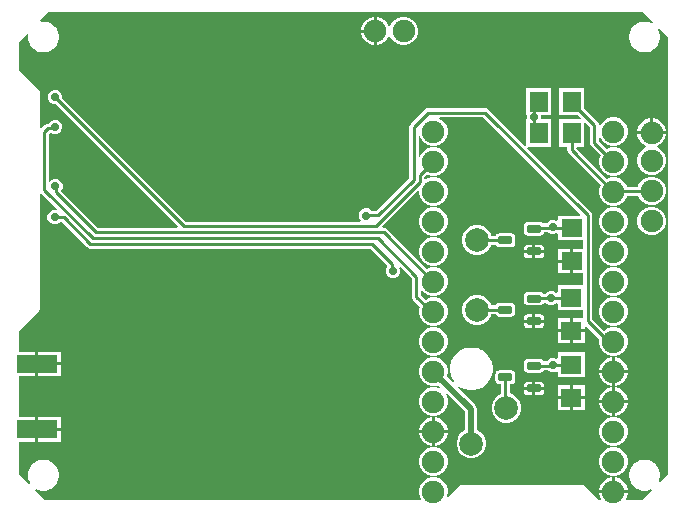
<source format=gbr>
G04*
G04 #@! TF.GenerationSoftware,Altium Limited,Altium Designer,25.5.2 (35)*
G04*
G04 Layer_Physical_Order=2*
G04 Layer_Color=14461039*
%FSLAX44Y44*%
%MOMM*%
G71*
G04*
G04 #@! TF.SameCoordinates,A7D09D84-BF10-4A22-89B3-4961FFB17041*
G04*
G04*
G04 #@! TF.FilePolarity,Positive*
G04*
G01*
G75*
%ADD14C,0.2540*%
%ADD24R,3.5000X1.6000*%
%ADD38C,0.5000*%
%ADD39C,1.9000*%
%ADD40C,0.7000*%
%ADD41R,1.7998X1.6002*%
G04:AMPARAMS|DCode=42|XSize=0.63mm|YSize=1.15mm|CornerRadius=0.063mm|HoleSize=0mm|Usage=FLASHONLY|Rotation=270.000|XOffset=0mm|YOffset=0mm|HoleType=Round|Shape=RoundedRectangle|*
%AMROUNDEDRECTD42*
21,1,0.6300,1.0240,0,0,270.0*
21,1,0.5040,1.1500,0,0,270.0*
1,1,0.1260,-0.5120,-0.2520*
1,1,0.1260,-0.5120,0.2520*
1,1,0.1260,0.5120,0.2520*
1,1,0.1260,0.5120,-0.2520*
%
%ADD42ROUNDEDRECTD42*%
%ADD43R,1.6002X1.7998*%
%ADD44C,2.0000*%
G36*
X513733Y415942D02*
X522357Y407317D01*
X521548Y406331D01*
X521436Y406405D01*
X521158Y406521D01*
X520907Y406688D01*
X519087Y407442D01*
X518792Y407500D01*
X518514Y407616D01*
X516582Y408000D01*
X516280D01*
X515985Y408059D01*
X514015D01*
X513720Y408000D01*
X513418D01*
X511486Y407616D01*
X511208Y407500D01*
X510913Y407442D01*
X509093Y406688D01*
X508842Y406520D01*
X508564Y406405D01*
X506926Y405311D01*
X506713Y405098D01*
X506463Y404930D01*
X505070Y403537D01*
X504902Y403287D01*
X504689Y403074D01*
X503595Y401436D01*
X503479Y401158D01*
X503312Y400907D01*
X502558Y399087D01*
X502500Y398792D01*
X502384Y398514D01*
X502000Y396582D01*
Y396280D01*
X501941Y395985D01*
Y394015D01*
X502000Y393720D01*
Y393418D01*
X502384Y391486D01*
X502500Y391208D01*
X502558Y390913D01*
X503312Y389093D01*
X503479Y388842D01*
X503595Y388564D01*
X504689Y386926D01*
X504902Y386713D01*
X505070Y386463D01*
X506463Y385070D01*
X506713Y384902D01*
X506926Y384689D01*
X508564Y383595D01*
X508842Y383479D01*
X509093Y383312D01*
X510913Y382558D01*
X511208Y382500D01*
X511486Y382384D01*
X513418Y382000D01*
X513720D01*
X514015Y381941D01*
X515985D01*
X516280Y382000D01*
X516582D01*
X518514Y382384D01*
X518792Y382500D01*
X519087Y382558D01*
X520907Y383312D01*
X521158Y383479D01*
X521436Y383595D01*
X523074Y384689D01*
X523287Y384902D01*
X523537Y385070D01*
X524930Y386463D01*
X525098Y386713D01*
X525311Y386926D01*
X526405Y388564D01*
X526521Y388842D01*
X526688Y389093D01*
X527442Y390913D01*
X527500Y391208D01*
X527616Y391486D01*
X528000Y393418D01*
Y393720D01*
X528059Y394015D01*
Y395985D01*
X528000Y396280D01*
Y396582D01*
X527616Y398514D01*
X527500Y398792D01*
X527442Y399087D01*
X526688Y400907D01*
X526521Y401158D01*
X526405Y401436D01*
X526330Y401548D01*
X527317Y402357D01*
X535151Y394523D01*
Y25127D01*
X528024Y17999D01*
X526947Y18719D01*
X527442Y19913D01*
X527500Y20208D01*
X527616Y20486D01*
X528000Y22418D01*
Y22720D01*
X528059Y23015D01*
Y24985D01*
X528000Y25280D01*
Y25582D01*
X527616Y27514D01*
X527500Y27792D01*
X527442Y28087D01*
X526688Y29907D01*
X526521Y30158D01*
X526405Y30436D01*
X525311Y32074D01*
X525098Y32287D01*
X524930Y32538D01*
X523537Y33930D01*
X523287Y34098D01*
X523074Y34311D01*
X521436Y35405D01*
X521158Y35521D01*
X520907Y35688D01*
X519087Y36442D01*
X518792Y36500D01*
X518514Y36616D01*
X516582Y37000D01*
X516280D01*
X515985Y37059D01*
X514015D01*
X513720Y37000D01*
X513418D01*
X511486Y36616D01*
X511208Y36500D01*
X510913Y36442D01*
X509093Y35688D01*
X508842Y35521D01*
X508564Y35405D01*
X506926Y34311D01*
X506713Y34098D01*
X506463Y33930D01*
X505070Y32538D01*
X504902Y32287D01*
X504689Y32074D01*
X503595Y30436D01*
X503479Y30158D01*
X503312Y29907D01*
X502558Y28087D01*
X502500Y27792D01*
X502384Y27514D01*
X502000Y25582D01*
Y25280D01*
X501941Y24985D01*
Y23015D01*
X502000Y22720D01*
Y22418D01*
X502384Y20486D01*
X502500Y20208D01*
X502558Y19913D01*
X503312Y18093D01*
X503479Y17842D01*
X503595Y17564D01*
X504689Y15926D01*
X504902Y15713D01*
X505070Y15462D01*
X506463Y14070D01*
X506713Y13902D01*
X506926Y13689D01*
X508564Y12595D01*
X508842Y12479D01*
X509093Y12312D01*
X510913Y11558D01*
X511208Y11500D01*
X511486Y11384D01*
X513418Y11000D01*
X513720D01*
X514015Y10941D01*
X515985D01*
X516280Y11000D01*
X516582D01*
X518514Y11384D01*
X518792Y11500D01*
X519087Y11558D01*
X520281Y12053D01*
X521001Y10976D01*
X513083Y3059D01*
X499720D01*
X499085Y4159D01*
X499866Y5513D01*
X500687Y8575D01*
Y8890D01*
X476607D01*
Y8575D01*
X477427Y5513D01*
X478209Y4159D01*
X477574Y3059D01*
X475977D01*
X464173Y14863D01*
X463181Y15526D01*
X462010Y15759D01*
X462010Y15759D01*
X360410D01*
X360410Y15759D01*
X359240Y15526D01*
X358247Y14863D01*
X358247Y14863D01*
X348727Y5343D01*
X347589Y6000D01*
X348280Y8580D01*
Y11740D01*
X347462Y14792D01*
X345882Y17528D01*
X343648Y19762D01*
X340912Y21342D01*
X337860Y22160D01*
X334700D01*
X331648Y21342D01*
X328912Y19762D01*
X326678Y17528D01*
X325098Y14792D01*
X324280Y11740D01*
Y8580D01*
X325098Y5528D01*
X325889Y4159D01*
X325254Y3059D01*
X7267D01*
X-1357Y11683D01*
X-548Y12669D01*
X-436Y12595D01*
X-158Y12479D01*
X93Y12312D01*
X1913Y11558D01*
X2208Y11500D01*
X2486Y11384D01*
X4418Y11000D01*
X4720D01*
X5015Y10941D01*
X6985D01*
X7280Y11000D01*
X7582D01*
X9514Y11384D01*
X9792Y11500D01*
X10087Y11558D01*
X11907Y12312D01*
X12158Y12479D01*
X12436Y12595D01*
X14074Y13689D01*
X14287Y13902D01*
X14538Y14070D01*
X15930Y15462D01*
X16098Y15713D01*
X16311Y15926D01*
X17405Y17564D01*
X17521Y17842D01*
X17688Y18093D01*
X18442Y19913D01*
X18500Y20208D01*
X18616Y20486D01*
X19000Y22418D01*
Y22720D01*
X19059Y23015D01*
Y24985D01*
X19000Y25280D01*
Y25582D01*
X18616Y27514D01*
X18500Y27792D01*
X18442Y28087D01*
X17688Y29907D01*
X17521Y30158D01*
X17405Y30436D01*
X16311Y32074D01*
X16098Y32287D01*
X15930Y32538D01*
X14538Y33930D01*
X14287Y34098D01*
X14074Y34311D01*
X12436Y35405D01*
X12158Y35521D01*
X11907Y35688D01*
X10087Y36442D01*
X9792Y36500D01*
X9514Y36616D01*
X7582Y37000D01*
X7280D01*
X6985Y37059D01*
X5015D01*
X4720Y37000D01*
X4418D01*
X2486Y36616D01*
X2208Y36500D01*
X1912Y36442D01*
X93Y35688D01*
X-158Y35521D01*
X-436Y35405D01*
X-2074Y34311D01*
X-2287Y34098D01*
X-2537Y33930D01*
X-3930Y32538D01*
X-4098Y32287D01*
X-4311Y32074D01*
X-5405Y30436D01*
X-5520Y30158D01*
X-5688Y29907D01*
X-6442Y28087D01*
X-6500Y27792D01*
X-6616Y27514D01*
X-7000Y25582D01*
Y25280D01*
X-7059Y24985D01*
Y23015D01*
X-7000Y22720D01*
Y22418D01*
X-6616Y20486D01*
X-6500Y20208D01*
X-6442Y19913D01*
X-5688Y18093D01*
X-5520Y17842D01*
X-5405Y17564D01*
X-5331Y17452D01*
X-6317Y16643D01*
X-14721Y25047D01*
Y52184D01*
X-670D01*
Y62724D01*
Y73264D01*
X-14721D01*
Y107584D01*
X-670D01*
Y118124D01*
Y128664D01*
X-14721D01*
Y145098D01*
X2236Y163267D01*
X2523Y163730D01*
X2826Y164184D01*
X2836Y164236D01*
X2864Y164282D01*
X2952Y164820D01*
X3059Y165354D01*
Y262327D01*
X3181Y262421D01*
X4329Y262793D01*
X17957Y249165D01*
X17237Y248088D01*
X16688Y248316D01*
X14301D01*
X12095Y247403D01*
X10407Y245715D01*
X9494Y243510D01*
Y241122D01*
X10407Y238917D01*
X12095Y237229D01*
X14301Y236316D01*
X16688D01*
X18893Y237229D01*
X20135Y238472D01*
X21522D01*
X43002Y216992D01*
X44249Y216159D01*
X45720Y215866D01*
X45720Y215866D01*
X282888D01*
X297178Y201576D01*
Y200253D01*
X296919Y199995D01*
X296006Y197789D01*
Y195403D01*
X296919Y193197D01*
X298607Y191509D01*
X300812Y190596D01*
X303200D01*
X305405Y191509D01*
X307093Y193197D01*
X308006Y195403D01*
Y197789D01*
X307430Y199180D01*
X308507Y199899D01*
X317974Y190432D01*
Y175260D01*
X317974Y175260D01*
X318267Y173789D01*
X319100Y172542D01*
X324961Y166681D01*
X324280Y164140D01*
Y160980D01*
X325098Y157928D01*
X326678Y155192D01*
X328912Y152958D01*
X331648Y151378D01*
X334700Y150560D01*
X337860D01*
X340912Y151378D01*
X343648Y152958D01*
X345882Y155192D01*
X347462Y157928D01*
X348280Y160980D01*
Y164140D01*
X347462Y167192D01*
X345882Y169928D01*
X343648Y172162D01*
X340912Y173742D01*
X337860Y174560D01*
X334700D01*
X331648Y173742D01*
X329825Y172689D01*
X325662Y176852D01*
Y179978D01*
X326932Y180338D01*
X328912Y178358D01*
X331648Y176778D01*
X334700Y175960D01*
X337860D01*
X340912Y176778D01*
X343648Y178358D01*
X345882Y180592D01*
X347462Y183328D01*
X348280Y186380D01*
Y189540D01*
X347462Y192592D01*
X345882Y195328D01*
X343648Y197562D01*
X340912Y199142D01*
X337860Y199960D01*
X334700D01*
X331648Y199142D01*
X330942Y198734D01*
X297168Y232508D01*
X295921Y233341D01*
X294450Y233634D01*
X294450Y233634D01*
X293577D01*
X293091Y234807D01*
X323010Y264726D01*
X324280Y264200D01*
Y262580D01*
X325098Y259528D01*
X326678Y256792D01*
X328912Y254558D01*
X331648Y252978D01*
X334700Y252160D01*
X337860D01*
X340912Y252978D01*
X343648Y254558D01*
X345882Y256792D01*
X347462Y259528D01*
X348280Y262580D01*
Y265740D01*
X347462Y268792D01*
X345882Y271528D01*
X343648Y273762D01*
X340912Y275342D01*
X337860Y276160D01*
X334700D01*
X331648Y275342D01*
X329940Y274356D01*
X328670Y275089D01*
Y276514D01*
X330942Y278786D01*
X331648Y278378D01*
X334700Y277560D01*
X337860D01*
X340912Y278378D01*
X343648Y279958D01*
X345882Y282192D01*
X347462Y284928D01*
X348280Y287980D01*
Y291140D01*
X347462Y294192D01*
X345882Y296928D01*
X343648Y299162D01*
X340912Y300742D01*
X337860Y301560D01*
X334700D01*
X331648Y300742D01*
X328912Y299162D01*
X326678Y296928D01*
X325098Y294192D01*
X324900Y293453D01*
X323630Y293620D01*
Y310900D01*
X324900Y311067D01*
X325098Y310328D01*
X326678Y307592D01*
X328912Y305358D01*
X331648Y303778D01*
X334700Y302960D01*
X337860D01*
X340912Y303778D01*
X343648Y305358D01*
X345882Y307592D01*
X347462Y310328D01*
X348280Y313380D01*
Y316540D01*
X347462Y319592D01*
X345882Y322328D01*
X343648Y324562D01*
X341355Y325886D01*
X341696Y327156D01*
X378408D01*
X460590Y244974D01*
X460104Y243801D01*
X441711D01*
Y239851D01*
X440441Y239242D01*
X438610Y240000D01*
X436223D01*
X434018Y239086D01*
X432330Y237399D01*
X432225Y237144D01*
X428875D01*
X428787Y237277D01*
X427751Y237968D01*
X426530Y238211D01*
X416290D01*
X415069Y237968D01*
X414033Y237277D01*
X413342Y236241D01*
X413099Y235020D01*
Y229980D01*
X413342Y228759D01*
X414033Y227723D01*
X415069Y227032D01*
X416290Y226789D01*
X426530D01*
X427751Y227032D01*
X428787Y227723D01*
X429478Y228759D01*
X429617Y229456D01*
X433475D01*
X434018Y228913D01*
X436223Y228000D01*
X438610D01*
X440441Y228758D01*
X441454Y228273D01*
X441711Y228014D01*
Y222799D01*
X463156D01*
Y215842D01*
X454480D01*
Y205301D01*
Y194760D01*
X463156D01*
Y184651D01*
X441561D01*
Y178931D01*
X440291Y178405D01*
X439609Y179087D01*
X437403Y180000D01*
X435017D01*
X432811Y179087D01*
X431319Y177594D01*
X429243D01*
X428787Y178277D01*
X427751Y178968D01*
X426530Y179211D01*
X416290D01*
X415069Y178968D01*
X414033Y178277D01*
X413342Y177241D01*
X413099Y176020D01*
Y170980D01*
X413342Y169759D01*
X414033Y168723D01*
X415069Y168032D01*
X416290Y167789D01*
X426530D01*
X427751Y168032D01*
X428787Y168723D01*
X429478Y169759D01*
X429508Y169906D01*
X431819D01*
X432811Y168913D01*
X435017Y168000D01*
X437403D01*
X439609Y168913D01*
X440291Y169596D01*
X441561Y169069D01*
Y163649D01*
X463156D01*
Y156692D01*
X454330D01*
Y147422D01*
X464599D01*
Y149515D01*
X465773Y150001D01*
X476755Y139019D01*
X476680Y138740D01*
Y135580D01*
X477498Y132528D01*
X479078Y129792D01*
X481312Y127558D01*
X484048Y125978D01*
X487100Y125160D01*
X490260D01*
X493312Y125978D01*
X496048Y127558D01*
X498282Y129792D01*
X499862Y132528D01*
X500680Y135580D01*
Y138740D01*
X499862Y141792D01*
X498282Y144528D01*
X496048Y146762D01*
X493312Y148342D01*
X490260Y149160D01*
X487100D01*
X484048Y148342D01*
X481312Y146762D01*
X480598Y146048D01*
X470844Y155802D01*
Y244000D01*
X470844Y244000D01*
X470551Y245471D01*
X469718Y246718D01*
X415515Y300921D01*
X416041Y302191D01*
X435892D01*
Y325189D01*
X428254D01*
X427548Y326245D01*
X427640Y326466D01*
Y328853D01*
X427645Y328861D01*
X435951D01*
Y351859D01*
X414949D01*
Y328861D01*
X415635D01*
X415640Y328853D01*
Y326466D01*
X415732Y326245D01*
X415026Y325189D01*
X414891D01*
Y303342D01*
X413620Y302815D01*
X382718Y333718D01*
X381471Y334551D01*
X380000Y334844D01*
X380000Y334844D01*
X332000D01*
X330529Y334551D01*
X329282Y333718D01*
X329282Y333718D01*
X317068Y321504D01*
X316235Y320257D01*
X315942Y318786D01*
X315942Y318786D01*
Y275658D01*
X288145Y247861D01*
X283864D01*
X282799Y248927D01*
X280593Y249840D01*
X278207D01*
X276001Y248927D01*
X274313Y247239D01*
X273400Y245033D01*
Y242647D01*
X274313Y240441D01*
X274811Y239944D01*
X274285Y238674D01*
X126934D01*
X22002Y343606D01*
Y345364D01*
X21089Y347569D01*
X19401Y349257D01*
X17196Y350170D01*
X14808D01*
X12603Y349257D01*
X10915Y347569D01*
X10002Y345364D01*
Y342976D01*
X10915Y340771D01*
X12603Y339083D01*
X14808Y338170D01*
X16566D01*
X119929Y234807D01*
X119443Y233634D01*
X52472D01*
X21185Y264921D01*
X21343Y265079D01*
X22256Y267285D01*
Y269671D01*
X21343Y271877D01*
X19655Y273565D01*
X17450Y274478D01*
X15063D01*
X12857Y273565D01*
X11870Y272577D01*
X10600Y273103D01*
Y313012D01*
X11471Y313883D01*
X12492D01*
X12586Y313788D01*
X14792Y312875D01*
X17178D01*
X19384Y313788D01*
X21072Y315476D01*
X21985Y317681D01*
Y320068D01*
X21072Y322273D01*
X19384Y323961D01*
X17178Y324874D01*
X14792D01*
X12586Y323961D01*
X10898Y322273D01*
X10607Y321570D01*
X9879D01*
X9879Y321570D01*
X8407Y321278D01*
X7160Y320444D01*
X4329Y317613D01*
X3181Y317984D01*
X3059Y318079D01*
Y347709D01*
X2826Y348880D01*
X2163Y349872D01*
X2163Y349872D01*
X-14721Y366755D01*
Y391164D01*
X-8045Y397840D01*
X-6874Y397214D01*
X-7000Y396582D01*
Y396280D01*
X-7059Y395985D01*
Y394015D01*
X-7000Y393720D01*
Y393418D01*
X-6616Y391486D01*
X-6500Y391208D01*
X-6442Y390913D01*
X-5688Y389093D01*
X-5520Y388842D01*
X-5405Y388564D01*
X-4311Y386926D01*
X-4098Y386713D01*
X-3930Y386463D01*
X-2537Y385070D01*
X-2287Y384902D01*
X-2074Y384689D01*
X-436Y383595D01*
X-158Y383479D01*
X93Y383312D01*
X1913Y382558D01*
X2208Y382500D01*
X2486Y382384D01*
X4418Y382000D01*
X4720D01*
X5015Y381941D01*
X6985D01*
X7280Y382000D01*
X7582D01*
X9514Y382384D01*
X9792Y382500D01*
X10087Y382558D01*
X11907Y383312D01*
X12158Y383479D01*
X12436Y383595D01*
X14074Y384689D01*
X14287Y384902D01*
X14538Y385070D01*
X15930Y386463D01*
X16098Y386713D01*
X16311Y386926D01*
X17405Y388564D01*
X17521Y388842D01*
X17688Y389093D01*
X18442Y390913D01*
X18500Y391208D01*
X18616Y391486D01*
X19000Y393418D01*
Y393720D01*
X19059Y394015D01*
Y395985D01*
X19000Y396280D01*
Y396582D01*
X18616Y398514D01*
X18500Y398792D01*
X18442Y399087D01*
X17688Y400907D01*
X17521Y401158D01*
X17405Y401436D01*
X16311Y403074D01*
X16098Y403287D01*
X15930Y403537D01*
X14538Y404930D01*
X14287Y405098D01*
X14074Y405311D01*
X12436Y406405D01*
X12158Y406521D01*
X11907Y406688D01*
X10087Y407442D01*
X9792Y407500D01*
X9514Y407616D01*
X7582Y408000D01*
X7280D01*
X6985Y408059D01*
X5015D01*
X4720Y408000D01*
X4418D01*
X3786Y407874D01*
X3160Y409045D01*
X10156Y416041D01*
X513733Y415942D01*
D02*
G37*
%LPC*%
G36*
X285730Y412040D02*
X285415D01*
X282353Y411219D01*
X279607Y409634D01*
X277366Y407393D01*
X275781Y404647D01*
X274960Y401585D01*
Y401270D01*
X285730D01*
Y412040D01*
D02*
G37*
G36*
X288585D02*
X288270D01*
Y400000D01*
Y387960D01*
X288585D01*
X291647Y388781D01*
X294393Y390366D01*
X296634Y392607D01*
X298220Y395353D01*
X298386Y395973D01*
X299656D01*
X299818Y395368D01*
X301398Y392632D01*
X303632Y390398D01*
X306368Y388818D01*
X309420Y388000D01*
X312580D01*
X315632Y388818D01*
X318368Y390398D01*
X320602Y392632D01*
X322182Y395368D01*
X323000Y398420D01*
Y401580D01*
X322182Y404632D01*
X320602Y407368D01*
X318368Y409602D01*
X315632Y411182D01*
X312580Y412000D01*
X309420D01*
X306368Y411182D01*
X303632Y409602D01*
X301398Y407368D01*
X299818Y404632D01*
X299656Y404027D01*
X298386D01*
X298220Y404647D01*
X296634Y407393D01*
X294393Y409634D01*
X291647Y411219D01*
X288585Y412040D01*
D02*
G37*
G36*
X285730Y398730D02*
X274960D01*
Y398415D01*
X275781Y395353D01*
X277366Y392607D01*
X279607Y390366D01*
X282353Y388781D01*
X285415Y387960D01*
X285730D01*
Y398730D01*
D02*
G37*
G36*
X522585Y326040D02*
X522270D01*
Y315270D01*
X533040D01*
Y315585D01*
X532220Y318647D01*
X530634Y321393D01*
X528393Y323634D01*
X525647Y325219D01*
X522585Y326040D01*
D02*
G37*
G36*
X519730D02*
X519415D01*
X516353Y325219D01*
X513607Y323634D01*
X511366Y321393D01*
X509781Y318647D01*
X508960Y315585D01*
Y315270D01*
X519730D01*
Y326040D01*
D02*
G37*
G36*
X463950Y351859D02*
X442948D01*
Y328861D01*
X458513D01*
X461012Y326362D01*
X460526Y325189D01*
X442889D01*
Y302191D01*
X449546D01*
Y299450D01*
X449546Y299450D01*
X449839Y297979D01*
X450672Y296732D01*
X477906Y269498D01*
X477498Y268792D01*
X476680Y265740D01*
Y262580D01*
X477498Y259528D01*
X479078Y256792D01*
X481312Y254558D01*
X484048Y252978D01*
X487100Y252160D01*
X490260D01*
X493312Y252978D01*
X496048Y254558D01*
X498282Y256792D01*
X499862Y259528D01*
X500149Y260598D01*
X509698D01*
X509834Y260092D01*
X511414Y257356D01*
X513648Y255122D01*
X516384Y253542D01*
X519436Y252724D01*
X522596D01*
X525648Y253542D01*
X528384Y255122D01*
X530618Y257356D01*
X532198Y260092D01*
X533016Y263144D01*
Y266304D01*
X532198Y269356D01*
X530618Y272092D01*
X528384Y274326D01*
X525648Y275906D01*
X522596Y276724D01*
X519436D01*
X516384Y275906D01*
X513648Y274326D01*
X511414Y272092D01*
X509834Y269356D01*
X509547Y268286D01*
X499998D01*
X499862Y268792D01*
X498282Y271528D01*
X496048Y273762D01*
X493312Y275342D01*
X490260Y276160D01*
X487100D01*
X484048Y275342D01*
X483342Y274934D01*
X457355Y300921D01*
X457527Y302191D01*
X463891D01*
Y321824D01*
X465064Y322310D01*
X468786Y318588D01*
Y305610D01*
X468786Y305610D01*
X469078Y304139D01*
X469912Y302892D01*
X477906Y294898D01*
X477498Y294192D01*
X476680Y291140D01*
Y287980D01*
X477498Y284928D01*
X479078Y282192D01*
X481312Y279958D01*
X484048Y278378D01*
X487100Y277560D01*
X490260D01*
X493312Y278378D01*
X496048Y279958D01*
X498282Y282192D01*
X499862Y284928D01*
X500680Y287980D01*
Y291140D01*
X499862Y294192D01*
X498282Y296928D01*
X496048Y299162D01*
X493312Y300742D01*
X490260Y301560D01*
X487100D01*
X484048Y300742D01*
X483342Y300334D01*
X476474Y307202D01*
Y309562D01*
X477743Y309902D01*
X479078Y307592D01*
X481312Y305358D01*
X484048Y303778D01*
X487100Y302960D01*
X490260D01*
X493312Y303778D01*
X496048Y305358D01*
X498282Y307592D01*
X499862Y310328D01*
X500680Y313380D01*
Y316540D01*
X499862Y319592D01*
X498282Y322328D01*
X496048Y324562D01*
X493312Y326142D01*
X490260Y326960D01*
X487100D01*
X484048Y326142D01*
X481312Y324562D01*
X479078Y322328D01*
X477743Y320018D01*
X476787Y320140D01*
X476447Y320312D01*
X476181Y321652D01*
X475348Y322899D01*
X475348Y322899D01*
X463950Y334297D01*
Y351859D01*
D02*
G37*
G36*
X533040Y312730D02*
X508960D01*
Y312415D01*
X509781Y309353D01*
X511366Y306607D01*
X513607Y304366D01*
X516251Y302839D01*
X516366Y302167D01*
X516263Y301490D01*
X513648Y299980D01*
X511414Y297746D01*
X509834Y295010D01*
X509016Y291958D01*
Y288798D01*
X509834Y285746D01*
X511414Y283010D01*
X513648Y280776D01*
X516384Y279196D01*
X519436Y278378D01*
X522596D01*
X525648Y279196D01*
X528384Y280776D01*
X530618Y283010D01*
X532198Y285746D01*
X533016Y288798D01*
Y291958D01*
X532198Y295010D01*
X530618Y297746D01*
X528384Y299980D01*
X525759Y301496D01*
X525650Y302170D01*
X525759Y302845D01*
X528393Y304366D01*
X530634Y306607D01*
X532220Y309353D01*
X533040Y312415D01*
Y312730D01*
D02*
G37*
G36*
X522596Y251070D02*
X519436D01*
X516384Y250252D01*
X513648Y248672D01*
X511414Y246438D01*
X509834Y243702D01*
X509016Y240650D01*
Y237490D01*
X509834Y234438D01*
X511414Y231702D01*
X513648Y229468D01*
X516384Y227888D01*
X519436Y227070D01*
X522596D01*
X525648Y227888D01*
X528384Y229468D01*
X530618Y231702D01*
X532198Y234438D01*
X533016Y237490D01*
Y240650D01*
X532198Y243702D01*
X530618Y246438D01*
X528384Y248672D01*
X525648Y250252D01*
X522596Y251070D01*
D02*
G37*
G36*
X490260Y250760D02*
X487100D01*
X484048Y249942D01*
X481312Y248362D01*
X479078Y246128D01*
X477498Y243392D01*
X476680Y240340D01*
Y237180D01*
X477498Y234128D01*
X479078Y231392D01*
X481312Y229158D01*
X484048Y227578D01*
X487100Y226760D01*
X490260D01*
X493312Y227578D01*
X496048Y229158D01*
X498282Y231392D01*
X499862Y234128D01*
X500680Y237180D01*
Y240340D01*
X499862Y243392D01*
X498282Y246128D01*
X496048Y248362D01*
X493312Y249942D01*
X490260Y250760D01*
D02*
G37*
G36*
X337860D02*
X334700D01*
X331648Y249942D01*
X328912Y248362D01*
X326678Y246128D01*
X325098Y243392D01*
X324280Y240340D01*
Y237180D01*
X325098Y234128D01*
X326678Y231392D01*
X328912Y229158D01*
X331648Y227578D01*
X334700Y226760D01*
X337860D01*
X340912Y227578D01*
X343648Y229158D01*
X345882Y231392D01*
X347462Y234128D01*
X348280Y237180D01*
Y240340D01*
X347462Y243392D01*
X345882Y246128D01*
X343648Y248362D01*
X340912Y249942D01*
X337860Y250760D01*
D02*
G37*
G36*
X374856Y235500D02*
X371564D01*
X368385Y234648D01*
X365535Y233002D01*
X363208Y230675D01*
X361562Y227825D01*
X360710Y224646D01*
Y221354D01*
X361562Y218175D01*
X363208Y215325D01*
X365535Y212997D01*
X368385Y211352D01*
X371564Y210500D01*
X374856D01*
X378035Y211352D01*
X380885Y212997D01*
X383213Y215325D01*
X384858Y218175D01*
X385121Y219156D01*
X389010D01*
X389633Y218223D01*
X390669Y217532D01*
X391890Y217289D01*
X402130D01*
X403351Y217532D01*
X404387Y218223D01*
X405078Y219259D01*
X405321Y220480D01*
Y225520D01*
X405078Y226741D01*
X404387Y227777D01*
X403351Y228468D01*
X402130Y228711D01*
X391890D01*
X390669Y228468D01*
X389633Y227777D01*
X389010Y226844D01*
X385121D01*
X384858Y227825D01*
X383213Y230675D01*
X380885Y233002D01*
X378035Y234648D01*
X374856Y235500D01*
D02*
G37*
G36*
X426530Y219252D02*
X422680D01*
Y214770D01*
X429762D01*
Y216020D01*
X429516Y217257D01*
X428815Y218305D01*
X427767Y219006D01*
X426530Y219252D01*
D02*
G37*
G36*
X420140D02*
X416290D01*
X415053Y219006D01*
X414005Y218305D01*
X413304Y217257D01*
X413058Y216020D01*
Y214770D01*
X420140D01*
Y219252D01*
D02*
G37*
G36*
X429762Y212230D02*
X422680D01*
Y207748D01*
X426530D01*
X427767Y207994D01*
X428815Y208695D01*
X429516Y209743D01*
X429762Y210980D01*
Y212230D01*
D02*
G37*
G36*
X420140D02*
X413058D01*
Y210980D01*
X413304Y209743D01*
X414005Y208695D01*
X415053Y207994D01*
X416290Y207748D01*
X420140D01*
Y212230D01*
D02*
G37*
G36*
X451940Y215842D02*
X441671D01*
Y206572D01*
X451940D01*
Y215842D01*
D02*
G37*
G36*
X490260Y225360D02*
X487100D01*
X484048Y224542D01*
X481312Y222962D01*
X479078Y220728D01*
X477498Y217992D01*
X476680Y214940D01*
Y211780D01*
X477498Y208728D01*
X479078Y205992D01*
X481312Y203758D01*
X484048Y202178D01*
X487100Y201360D01*
X490260D01*
X493312Y202178D01*
X496048Y203758D01*
X498282Y205992D01*
X499862Y208728D01*
X500680Y211780D01*
Y214940D01*
X499862Y217992D01*
X498282Y220728D01*
X496048Y222962D01*
X493312Y224542D01*
X490260Y225360D01*
D02*
G37*
G36*
X337860D02*
X334700D01*
X331648Y224542D01*
X328912Y222962D01*
X326678Y220728D01*
X325098Y217992D01*
X324280Y214940D01*
Y211780D01*
X325098Y208728D01*
X326678Y205992D01*
X328912Y203758D01*
X331648Y202178D01*
X334700Y201360D01*
X337860D01*
X340912Y202178D01*
X343648Y203758D01*
X345882Y205992D01*
X347462Y208728D01*
X348280Y211780D01*
Y214940D01*
X347462Y217992D01*
X345882Y220728D01*
X343648Y222962D01*
X340912Y224542D01*
X337860Y225360D01*
D02*
G37*
G36*
X451940Y204032D02*
X441671D01*
Y194760D01*
X451940D01*
Y204032D01*
D02*
G37*
G36*
X490260Y199960D02*
X487100D01*
X484048Y199142D01*
X481312Y197562D01*
X479078Y195328D01*
X477498Y192592D01*
X476680Y189540D01*
Y186380D01*
X477498Y183328D01*
X479078Y180592D01*
X481312Y178358D01*
X484048Y176778D01*
X487100Y175960D01*
X490260D01*
X493312Y176778D01*
X496048Y178358D01*
X498282Y180592D01*
X499862Y183328D01*
X500680Y186380D01*
Y189540D01*
X499862Y192592D01*
X498282Y195328D01*
X496048Y197562D01*
X493312Y199142D01*
X490260Y199960D01*
D02*
G37*
G36*
X374856Y176500D02*
X371564D01*
X368385Y175648D01*
X365535Y174002D01*
X363208Y171675D01*
X361562Y168825D01*
X360710Y165646D01*
Y162354D01*
X361562Y159175D01*
X363208Y156325D01*
X365535Y153997D01*
X368385Y152352D01*
X371564Y151500D01*
X374856D01*
X378035Y152352D01*
X380885Y153997D01*
X383213Y156325D01*
X384858Y159175D01*
X385121Y160156D01*
X389010D01*
X389633Y159223D01*
X390669Y158532D01*
X391890Y158289D01*
X402130D01*
X403351Y158532D01*
X404387Y159223D01*
X405078Y160259D01*
X405321Y161480D01*
Y166520D01*
X405078Y167741D01*
X404387Y168777D01*
X403351Y169468D01*
X402130Y169711D01*
X391890D01*
X390669Y169468D01*
X389633Y168777D01*
X389010Y167844D01*
X385121D01*
X384858Y168825D01*
X383213Y171675D01*
X380885Y174002D01*
X378035Y175648D01*
X374856Y176500D01*
D02*
G37*
G36*
X426530Y160252D02*
X422680D01*
Y155770D01*
X429762D01*
Y157020D01*
X429516Y158257D01*
X428815Y159305D01*
X427767Y160006D01*
X426530Y160252D01*
D02*
G37*
G36*
X420140D02*
X416290D01*
X415053Y160006D01*
X414005Y159305D01*
X413304Y158257D01*
X413058Y157020D01*
Y155770D01*
X420140D01*
Y160252D01*
D02*
G37*
G36*
X490260Y174560D02*
X487100D01*
X484048Y173742D01*
X481312Y172162D01*
X479078Y169928D01*
X477498Y167192D01*
X476680Y164140D01*
Y160980D01*
X477498Y157928D01*
X479078Y155192D01*
X481312Y152958D01*
X484048Y151378D01*
X487100Y150560D01*
X490260D01*
X493312Y151378D01*
X496048Y152958D01*
X498282Y155192D01*
X499862Y157928D01*
X500680Y160980D01*
Y164140D01*
X499862Y167192D01*
X498282Y169928D01*
X496048Y172162D01*
X493312Y173742D01*
X490260Y174560D01*
D02*
G37*
G36*
X429762Y153230D02*
X422680D01*
Y148748D01*
X426530D01*
X427767Y148994D01*
X428815Y149695D01*
X429516Y150743D01*
X429762Y151980D01*
Y153230D01*
D02*
G37*
G36*
X420140D02*
X413058D01*
Y151980D01*
X413304Y150743D01*
X414005Y149695D01*
X415053Y148994D01*
X416290Y148748D01*
X420140D01*
Y153230D01*
D02*
G37*
G36*
X451790Y156692D02*
X441521D01*
Y147422D01*
X451790D01*
Y156692D01*
D02*
G37*
G36*
X464599Y144881D02*
X454330D01*
Y135611D01*
X464599D01*
Y144881D01*
D02*
G37*
G36*
X451790D02*
X441521D01*
Y135611D01*
X451790D01*
Y144881D01*
D02*
G37*
G36*
X337860Y149160D02*
X334700D01*
X331648Y148342D01*
X328912Y146762D01*
X326678Y144528D01*
X325098Y141792D01*
X324280Y138740D01*
Y135580D01*
X325098Y132528D01*
X326678Y129792D01*
X328912Y127558D01*
X331648Y125978D01*
X334700Y125160D01*
X337860D01*
X340912Y125978D01*
X343648Y127558D01*
X345882Y129792D01*
X347462Y132528D01*
X348280Y135580D01*
Y138740D01*
X347462Y141792D01*
X345882Y144528D01*
X343648Y146762D01*
X340912Y148342D01*
X337860Y149160D01*
D02*
G37*
G36*
X464470Y128045D02*
X441471D01*
Y122883D01*
X440201Y122255D01*
X438404Y123000D01*
X436017D01*
X433811Y122086D01*
X432319Y120594D01*
X429243D01*
X428787Y121277D01*
X427751Y121968D01*
X426530Y122211D01*
X416290D01*
X415069Y121968D01*
X414033Y121277D01*
X413342Y120241D01*
X413099Y119020D01*
Y113980D01*
X413342Y112759D01*
X414033Y111723D01*
X415069Y111032D01*
X416290Y110789D01*
X426530D01*
X427751Y111032D01*
X428787Y111723D01*
X429478Y112759D01*
X429508Y112906D01*
X432819D01*
X433811Y111913D01*
X436017Y111000D01*
X438404D01*
X440201Y111745D01*
X441471Y111117D01*
Y107043D01*
X464470D01*
Y128045D01*
D02*
G37*
G36*
X20640Y128664D02*
X1870D01*
Y119394D01*
X20640D01*
Y128664D01*
D02*
G37*
G36*
X490265Y123800D02*
X489950D01*
Y113030D01*
X500720D01*
Y113345D01*
X499899Y116407D01*
X498314Y119153D01*
X496073Y121394D01*
X493327Y122979D01*
X490265Y123800D01*
D02*
G37*
G36*
X487410D02*
X487095D01*
X484033Y122979D01*
X481287Y121394D01*
X479046Y119153D01*
X477461Y116407D01*
X476640Y113345D01*
Y113030D01*
X487410D01*
Y123800D01*
D02*
G37*
G36*
X20640Y116854D02*
X1870D01*
Y107584D01*
X20640D01*
Y116854D01*
D02*
G37*
G36*
X369757Y132059D02*
X366803D01*
X366507Y132000D01*
X366206D01*
X363308Y131424D01*
X363030Y131308D01*
X362734Y131250D01*
X360004Y130119D01*
X359754Y129951D01*
X359476Y129836D01*
X357019Y128195D01*
X356806Y127982D01*
X356555Y127814D01*
X354466Y125725D01*
X354299Y125474D01*
X354086Y125261D01*
X352444Y122804D01*
X352329Y122526D01*
X352161Y122276D01*
X351031Y119546D01*
X350972Y119250D01*
X350856Y118972D01*
X350280Y116074D01*
Y115773D01*
X350221Y115477D01*
Y112523D01*
X350280Y112227D01*
Y111926D01*
X350856Y109028D01*
X350972Y108750D01*
X351031Y108454D01*
X352161Y105724D01*
X352329Y105474D01*
X352444Y105196D01*
X353639Y103406D01*
X352653Y102597D01*
X347602Y107648D01*
X348280Y110180D01*
Y113340D01*
X347462Y116392D01*
X345882Y119128D01*
X343648Y121362D01*
X340912Y122942D01*
X337860Y123760D01*
X334700D01*
X331648Y122942D01*
X328912Y121362D01*
X326678Y119128D01*
X325098Y116392D01*
X324280Y113340D01*
Y110180D01*
X325098Y107128D01*
X326678Y104392D01*
X328912Y102158D01*
X331648Y100578D01*
X334700Y99760D01*
X337860D01*
X340392Y100438D01*
X343065Y97766D01*
X342285Y96749D01*
X340912Y97542D01*
X337860Y98360D01*
X334700D01*
X331648Y97542D01*
X328912Y95962D01*
X326678Y93728D01*
X325098Y90992D01*
X324280Y87940D01*
Y84780D01*
X325098Y81728D01*
X326678Y78992D01*
X328912Y76758D01*
X331648Y75178D01*
X334700Y74360D01*
X337860D01*
X340912Y75178D01*
X343648Y76758D01*
X345882Y78992D01*
X347462Y81728D01*
X348280Y84780D01*
Y87940D01*
X347462Y90992D01*
X346669Y92365D01*
X347686Y93145D01*
X362924Y77907D01*
X363085Y62223D01*
X360625Y60802D01*
X358298Y58475D01*
X356652Y55625D01*
X355800Y52446D01*
Y49154D01*
X356652Y45975D01*
X358298Y43125D01*
X360625Y40798D01*
X363475Y39152D01*
X366654Y38300D01*
X369946D01*
X373125Y39152D01*
X375975Y40798D01*
X378302Y43125D01*
X379948Y45975D01*
X380800Y49154D01*
Y52446D01*
X379948Y55625D01*
X378302Y58475D01*
X375975Y60802D01*
X373280Y62359D01*
X373098Y80092D01*
X372899Y81040D01*
X372710Y81991D01*
X372695Y82013D01*
X372690Y82039D01*
X372143Y82839D01*
X371605Y83645D01*
X356877Y98373D01*
X357686Y99360D01*
X359476Y98164D01*
X359754Y98049D01*
X360004Y97881D01*
X362734Y96750D01*
X363030Y96692D01*
X363308Y96576D01*
X366206Y96000D01*
X366507D01*
X366803Y95941D01*
X369757D01*
X370053Y96000D01*
X370354D01*
X373252Y96576D01*
X373530Y96692D01*
X373826Y96750D01*
X376556Y97881D01*
X376806Y98049D01*
X377085Y98164D01*
X379541Y99805D01*
X379754Y100019D01*
X380005Y100186D01*
X382094Y102275D01*
X382262Y102526D01*
X382475Y102739D01*
X384116Y105196D01*
X384231Y105474D01*
X384399Y105724D01*
X385530Y108454D01*
X385588Y108750D01*
X385704Y109028D01*
X386280Y111926D01*
Y112227D01*
X386339Y112523D01*
Y115477D01*
X386280Y115773D01*
Y116074D01*
X385704Y118972D01*
X385588Y119250D01*
X385530Y119546D01*
X384399Y122276D01*
X384231Y122526D01*
X384116Y122804D01*
X382475Y125261D01*
X382262Y125474D01*
X382094Y125725D01*
X380005Y127814D01*
X379754Y127982D01*
X379541Y128195D01*
X377085Y129836D01*
X376806Y129951D01*
X376556Y130119D01*
X373826Y131250D01*
X373530Y131308D01*
X373252Y131424D01*
X370354Y132000D01*
X370053D01*
X369757Y132059D01*
D02*
G37*
G36*
X500720Y110490D02*
X489950D01*
Y99720D01*
X490265D01*
X493327Y100541D01*
X496073Y102126D01*
X498314Y104367D01*
X499899Y107113D01*
X500720Y110175D01*
Y110490D01*
D02*
G37*
G36*
X487410D02*
X476640D01*
Y110175D01*
X477461Y107113D01*
X479046Y104367D01*
X481287Y102126D01*
X484033Y100541D01*
X487095Y99720D01*
X487410D01*
Y110490D01*
D02*
G37*
G36*
X426530Y103252D02*
X422680D01*
Y98770D01*
X429762D01*
Y100020D01*
X429516Y101257D01*
X428815Y102305D01*
X427767Y103006D01*
X426530Y103252D01*
D02*
G37*
G36*
X420140D02*
X416290D01*
X415053Y103006D01*
X414005Y102305D01*
X413304Y101257D01*
X413058Y100020D01*
Y98770D01*
X420140D01*
Y103252D01*
D02*
G37*
G36*
X429762Y96230D02*
X422680D01*
Y91748D01*
X426530D01*
X427767Y91994D01*
X428815Y92695D01*
X429516Y93743D01*
X429762Y94980D01*
Y96230D01*
D02*
G37*
G36*
X420140D02*
X413058D01*
Y94980D01*
X413304Y93743D01*
X414005Y92695D01*
X415053Y91994D01*
X416290Y91748D01*
X420140D01*
Y96230D01*
D02*
G37*
G36*
X464510Y100086D02*
X454240D01*
Y90815D01*
X464510D01*
Y100086D01*
D02*
G37*
G36*
X451701D02*
X441431D01*
Y90815D01*
X451701D01*
Y100086D01*
D02*
G37*
G36*
X490265Y98400D02*
X489950D01*
Y87630D01*
X500720D01*
Y87945D01*
X499899Y91007D01*
X498314Y93753D01*
X496073Y95994D01*
X493327Y97579D01*
X490265Y98400D01*
D02*
G37*
G36*
X487410D02*
X487095D01*
X484033Y97579D01*
X481287Y95994D01*
X479046Y93753D01*
X477461Y91007D01*
X476640Y87945D01*
Y87630D01*
X487410D01*
Y98400D01*
D02*
G37*
G36*
X464510Y88275D02*
X454240D01*
Y79004D01*
X464510D01*
Y88275D01*
D02*
G37*
G36*
X451701D02*
X441431D01*
Y79004D01*
X451701D01*
Y88275D01*
D02*
G37*
G36*
X500720Y85090D02*
X489950D01*
Y74320D01*
X490265D01*
X493327Y75141D01*
X496073Y76726D01*
X498314Y78967D01*
X499899Y81713D01*
X500720Y84775D01*
Y85090D01*
D02*
G37*
G36*
X487410D02*
X476640D01*
Y84775D01*
X477461Y81713D01*
X479046Y78967D01*
X481287Y76726D01*
X484033Y75141D01*
X487095Y74320D01*
X487410D01*
Y85090D01*
D02*
G37*
G36*
X402130Y112711D02*
X391890D01*
X390669Y112468D01*
X389633Y111777D01*
X388942Y110741D01*
X388699Y109520D01*
Y104480D01*
X388942Y103259D01*
X389633Y102223D01*
X390669Y101532D01*
X391890Y101289D01*
X393166D01*
Y92643D01*
X390325Y91003D01*
X387998Y88675D01*
X386352Y85825D01*
X385500Y82646D01*
Y79354D01*
X386352Y76175D01*
X387998Y73325D01*
X390325Y70998D01*
X393175Y69352D01*
X396354Y68500D01*
X399646D01*
X402825Y69352D01*
X405675Y70998D01*
X408003Y73325D01*
X409648Y76175D01*
X410500Y79354D01*
Y82646D01*
X409648Y85825D01*
X408003Y88675D01*
X405675Y91003D01*
X402825Y92648D01*
X400854Y93176D01*
Y101289D01*
X402130D01*
X403351Y101532D01*
X404387Y102223D01*
X405078Y103259D01*
X405321Y104480D01*
Y109520D01*
X405078Y110741D01*
X404387Y111777D01*
X403351Y112468D01*
X402130Y112711D01*
D02*
G37*
G36*
X20640Y73264D02*
X1870D01*
Y63994D01*
X20640D01*
Y73264D01*
D02*
G37*
G36*
X337865Y73000D02*
X337550D01*
Y62230D01*
X348320D01*
Y62545D01*
X347500Y65607D01*
X345914Y68353D01*
X343673Y70594D01*
X340927Y72179D01*
X337865Y73000D01*
D02*
G37*
G36*
X335010D02*
X334695D01*
X331633Y72179D01*
X328887Y70594D01*
X326646Y68353D01*
X325061Y65607D01*
X324240Y62545D01*
Y62230D01*
X335010D01*
Y73000D01*
D02*
G37*
G36*
X20640Y61454D02*
X1870D01*
Y52184D01*
X20640D01*
Y61454D01*
D02*
G37*
G36*
X490260Y72960D02*
X487100D01*
X484048Y72142D01*
X481312Y70562D01*
X479078Y68328D01*
X477498Y65592D01*
X476680Y62540D01*
Y59380D01*
X477498Y56328D01*
X479078Y53592D01*
X481312Y51358D01*
X484048Y49778D01*
X487100Y48960D01*
X490260D01*
X493312Y49778D01*
X496048Y51358D01*
X498282Y53592D01*
X499862Y56328D01*
X500680Y59380D01*
Y62540D01*
X499862Y65592D01*
X498282Y68328D01*
X496048Y70562D01*
X493312Y72142D01*
X490260Y72960D01*
D02*
G37*
G36*
X348320Y59690D02*
X337550D01*
Y48920D01*
X337865D01*
X340927Y49741D01*
X343673Y51326D01*
X345914Y53567D01*
X347500Y56313D01*
X348320Y59375D01*
Y59690D01*
D02*
G37*
G36*
X335010D02*
X324240D01*
Y59375D01*
X325061Y56313D01*
X326646Y53567D01*
X328887Y51326D01*
X331633Y49741D01*
X334695Y48920D01*
X335010D01*
Y59690D01*
D02*
G37*
G36*
X490260Y47560D02*
X487100D01*
X484048Y46742D01*
X481312Y45162D01*
X479078Y42928D01*
X477498Y40192D01*
X476680Y37140D01*
Y33980D01*
X477498Y30928D01*
X479078Y28192D01*
X481312Y25958D01*
X484048Y24378D01*
X487100Y23560D01*
X490260D01*
X493312Y24378D01*
X496048Y25958D01*
X498282Y28192D01*
X499862Y30928D01*
X500680Y33980D01*
Y37140D01*
X499862Y40192D01*
X498282Y42928D01*
X496048Y45162D01*
X493312Y46742D01*
X490260Y47560D01*
D02*
G37*
G36*
X337860D02*
X334700D01*
X331648Y46742D01*
X328912Y45162D01*
X326678Y42928D01*
X325098Y40192D01*
X324280Y37140D01*
Y33980D01*
X325098Y30928D01*
X326678Y28192D01*
X328912Y25958D01*
X331648Y24378D01*
X334700Y23560D01*
X337860D01*
X340912Y24378D01*
X343648Y25958D01*
X345882Y28192D01*
X347462Y30928D01*
X348280Y33980D01*
Y37140D01*
X347462Y40192D01*
X345882Y42928D01*
X343648Y45162D01*
X340912Y46742D01*
X337860Y47560D01*
D02*
G37*
G36*
X490232Y22200D02*
X489917D01*
Y11430D01*
X500687D01*
Y11745D01*
X499866Y14807D01*
X498281Y17553D01*
X496040Y19794D01*
X493294Y21379D01*
X490232Y22200D01*
D02*
G37*
G36*
X487377D02*
X487062D01*
X484000Y21379D01*
X481254Y19794D01*
X479012Y17553D01*
X477427Y14807D01*
X476607Y11745D01*
Y11430D01*
X487377D01*
Y22200D01*
D02*
G37*
%LPD*%
D14*
X289737Y244018D02*
X319786Y274066D01*
Y318786D01*
X279578Y244018D02*
X289737D01*
X279400Y243840D02*
X279578Y244018D01*
X479493Y141717D02*
X479669D01*
X484226Y137160D01*
X488680D01*
X332000Y331000D02*
X380000D01*
X467000Y154210D02*
Y244000D01*
X380000Y331000D02*
X467000Y244000D01*
Y154210D02*
X479493Y141717D01*
X319786Y318786D02*
X332000Y331000D01*
X47808Y224750D02*
X289092D01*
X6756Y265802D02*
Y314604D01*
Y265802D02*
X47808Y224750D01*
X289092D02*
X321818Y192024D01*
Y175260D02*
Y192024D01*
Y175260D02*
X334264Y162814D01*
X9879Y317726D02*
X16228D01*
X6756Y314604D02*
X9879Y317726D01*
X16853Y263817D02*
Y267881D01*
X50880Y229790D02*
X294450D01*
X16256Y268478D02*
X16853Y267881D01*
Y263817D02*
X50880Y229790D01*
X294450D02*
X336280Y187960D01*
X287678Y234830D02*
X324826Y271978D01*
Y278106D01*
X125342Y234830D02*
X287678D01*
X324826Y278106D02*
X336280Y289560D01*
X16002Y344170D02*
X125342Y234830D01*
X23114Y242316D02*
X45720Y219710D01*
X15494Y242316D02*
X23114D01*
X45720Y219710D02*
X284480D01*
X301022Y203168D01*
Y197580D02*
X302006Y196596D01*
X301022Y197580D02*
Y203168D01*
X488680Y264160D02*
X488962Y264442D01*
X520734D01*
X521016Y264724D01*
X422760Y233300D02*
X454210D01*
X472630Y305610D02*
X488680Y289560D01*
X472630Y305610D02*
Y320181D01*
X453448Y339362D02*
X472630Y320181D01*
X453448Y339362D02*
Y340360D01*
X453390Y299450D02*
X488680Y264160D01*
X453390Y299450D02*
Y313690D01*
X421640Y317442D02*
Y327660D01*
Y317442D02*
X425392Y313690D01*
X421640Y327660D02*
Y336550D01*
X425450Y340360D01*
X421660Y116750D02*
X436960D01*
X373210Y164000D02*
X397010D01*
X453060Y117150D02*
X453210Y117000D01*
X437210D02*
X437360Y117150D01*
X436960Y116750D02*
X437210Y117000D01*
X397010Y86200D02*
X398000Y81000D01*
X435960Y173750D02*
X436360Y174150D01*
X422760Y173750D02*
X435960D01*
X422510Y174000D02*
X422760Y173750D01*
X436360Y174150D02*
X454060D01*
X454210Y174300D01*
X421410Y116500D02*
X421660Y116750D01*
X397010Y86200D02*
Y107000D01*
X437360Y117150D02*
X453060D01*
X373210Y223000D02*
X397010D01*
D24*
X600Y118124D02*
D03*
Y62724D02*
D03*
D38*
X336280Y35560D02*
X337830Y37110D01*
X336280Y111760D02*
X368000Y80040D01*
X368300Y50800D01*
D39*
X336280Y238760D02*
D03*
X488680Y137160D02*
D03*
X336280Y264160D02*
D03*
Y162560D02*
D03*
X311000Y400000D02*
D03*
X336280Y314960D02*
D03*
Y187960D02*
D03*
Y60960D02*
D03*
X488647Y10160D02*
D03*
X521000Y314000D02*
D03*
X488680Y86360D02*
D03*
Y111760D02*
D03*
X287000Y400000D02*
D03*
X336280Y289560D02*
D03*
Y213360D02*
D03*
Y35560D02*
D03*
Y10160D02*
D03*
Y137160D02*
D03*
X488680Y264160D02*
D03*
Y238760D02*
D03*
Y213360D02*
D03*
Y35560D02*
D03*
X336280Y86360D02*
D03*
X488680Y187960D02*
D03*
Y60960D02*
D03*
X336280Y111760D02*
D03*
X488680Y162560D02*
D03*
X521016Y290378D02*
D03*
Y264724D02*
D03*
Y239070D02*
D03*
X488680Y314960D02*
D03*
Y289560D02*
D03*
D40*
X280000Y90000D02*
D03*
X225000Y300000D02*
D03*
Y50000D02*
D03*
X175000D02*
D03*
X125000D02*
D03*
X75000Y300000D02*
D03*
X125000D02*
D03*
X175000D02*
D03*
X75000Y200000D02*
D03*
X125000D02*
D03*
X175000D02*
D03*
X225000D02*
D03*
X125000Y250000D02*
D03*
X279400Y243840D02*
D03*
X15985Y318874D02*
D03*
X16256Y268478D02*
D03*
X175000Y150000D02*
D03*
Y350000D02*
D03*
X125000D02*
D03*
X75000D02*
D03*
X175000Y250000D02*
D03*
X75000D02*
D03*
X30000Y40000D02*
D03*
X10000Y140000D02*
D03*
X30000D02*
D03*
X90000Y100000D02*
D03*
Y80000D02*
D03*
X70000Y50000D02*
D03*
Y70000D02*
D03*
Y90000D02*
D03*
Y130000D02*
D03*
Y110000D02*
D03*
X50000Y140000D02*
D03*
Y120000D02*
D03*
Y100000D02*
D03*
Y80000D02*
D03*
Y60000D02*
D03*
Y40000D02*
D03*
X317000Y226000D02*
D03*
X435210Y146000D02*
D03*
Y88000D02*
D03*
X11000Y41000D02*
D03*
X435210Y205000D02*
D03*
X125000Y100000D02*
D03*
X225000Y350000D02*
D03*
Y250000D02*
D03*
X175000Y100000D02*
D03*
X225000D02*
D03*
X125000Y150000D02*
D03*
X225000D02*
D03*
X16002Y344170D02*
D03*
X302006Y196596D02*
D03*
X15494Y242316D02*
D03*
X421640Y327660D02*
D03*
X437417Y234000D02*
D03*
X437210Y117000D02*
D03*
X436210Y174000D02*
D03*
D41*
X452971Y89545D02*
D03*
X453060Y146152D02*
D03*
X453210Y205301D02*
D03*
X453060Y174150D02*
D03*
X452971Y117543D02*
D03*
X453210Y233300D02*
D03*
D42*
X421410Y213500D02*
D03*
Y154500D02*
D03*
Y97500D02*
D03*
X397010Y223000D02*
D03*
X421410Y232500D02*
D03*
X397010Y107000D02*
D03*
X421410Y116500D02*
D03*
X397010Y164000D02*
D03*
X421410Y173500D02*
D03*
D43*
X453448Y340360D02*
D03*
X425450D02*
D03*
X425392Y313690D02*
D03*
X453390D02*
D03*
D44*
X368300Y50800D02*
D03*
X373210Y164000D02*
D03*
X373210Y223000D02*
D03*
X398000Y81000D02*
D03*
M02*

</source>
